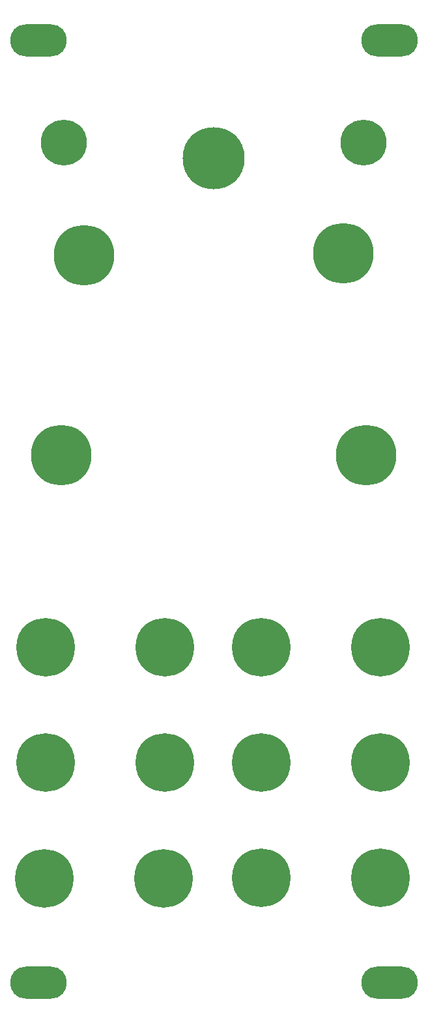
<source format=gbr>
G04 #@! TF.GenerationSoftware,KiCad,Pcbnew,7.0.6-0*
G04 #@! TF.CreationDate,2024-04-10T15:20:03-07:00*
G04 #@! TF.ProjectId,Sampler-built,53616d70-6c65-4722-9d62-75696c742e6b,rev?*
G04 #@! TF.SameCoordinates,PXb71b00PY73f50f0*
G04 #@! TF.FileFunction,Copper,L1,Top*
G04 #@! TF.FilePolarity,Positive*
%FSLAX46Y46*%
G04 Gerber Fmt 4.6, Leading zero omitted, Abs format (unit mm)*
G04 Created by KiCad (PCBNEW 7.0.6-0) date 2024-04-10 15:20:03*
%MOMM*%
%LPD*%
G01*
G04 APERTURE LIST*
G04 #@! TA.AperFunction,ComponentPad*
%ADD10C,7.874000*%
G04 #@! TD*
G04 #@! TA.AperFunction,ComponentPad*
%ADD11C,8.051800*%
G04 #@! TD*
G04 #@! TA.AperFunction,ComponentPad*
%ADD12C,7.620000*%
G04 #@! TD*
G04 #@! TA.AperFunction,ComponentPad*
%ADD13C,5.969000*%
G04 #@! TD*
G04 #@! TA.AperFunction,ComponentPad*
%ADD14O,7.366000X4.191000*%
G04 #@! TD*
G04 APERTURE END LIST*
D10*
G04 #@! TO.P,REF\u002A\u002A,1*
G04 #@! TO.N,GND*
X170760000Y84180000D03*
G04 #@! TD*
D11*
G04 #@! TO.P,LOCK1,1*
G04 #@! TO.N,GND*
X153873352Y96549922D03*
G04 #@! TD*
D12*
G04 #@! TO.P,REF\u002A\u002A,1*
G04 #@! TO.N,GND*
X147563352Y17999922D03*
G04 #@! TD*
D10*
G04 #@! TO.P,REF\u002A\u002A,1*
G04 #@! TO.N,GND*
X134063352Y57999922D03*
G04 #@! TD*
D12*
G04 #@! TO.P,REF\u002A\u002A,1*
G04 #@! TO.N,GND*
X132063352Y17999922D03*
G04 #@! TD*
G04 #@! TO.P,REF\u002A\u002A,1*
G04 #@! TO.N,GND*
X175591352Y2999922D03*
G04 #@! TD*
G04 #@! TO.P,REF\u002A\u002A,1*
G04 #@! TO.N,GND*
X132063352Y32999922D03*
G04 #@! TD*
G04 #@! TO.P,REF\u002A\u002A,1*
G04 #@! TO.N,GND*
X160063352Y17999922D03*
G04 #@! TD*
D13*
G04 #@! TO.P,REF\u002A\u002A,1*
G04 #@! TO.N,GND*
X173313352Y98649922D03*
G04 #@! TD*
D12*
G04 #@! TO.P,REF\u002A\u002A,1*
G04 #@! TO.N,GND*
X160063352Y2999922D03*
G04 #@! TD*
G04 #@! TO.P,REF\u002A\u002A,1*
G04 #@! TO.N,GND*
X160063352Y32999922D03*
G04 #@! TD*
G04 #@! TO.P,REF\u002A\u002A,1*
G04 #@! TO.N,GND*
X175591352Y32999922D03*
G04 #@! TD*
D10*
G04 #@! TO.P,REF\u002A\u002A,1*
G04 #@! TO.N,GND*
X137063352Y83999922D03*
G04 #@! TD*
D12*
G04 #@! TO.P,REF\u002A\u002A,1*
G04 #@! TO.N,GND*
X147563352Y32999922D03*
G04 #@! TD*
D10*
G04 #@! TO.P,REF\u002A\u002A,1*
G04 #@! TO.N,GND*
X173691352Y57999922D03*
G04 #@! TD*
D13*
G04 #@! TO.P,REF\u002A\u002A,1*
G04 #@! TO.N,GND*
X134441352Y98649922D03*
G04 #@! TD*
D12*
G04 #@! TO.P,REF\u002A\u002A,1*
G04 #@! TO.N,GND*
X131899152Y2954362D03*
G04 #@! TD*
G04 #@! TO.P,REF\u002A\u002A,1*
G04 #@! TO.N,GND*
X147399152Y2954362D03*
G04 #@! TD*
G04 #@! TO.P,REF\u002A\u002A,1*
G04 #@! TO.N,GND*
X175591352Y17999922D03*
G04 #@! TD*
D14*
G04 #@! TO.P,REF\u002A\u002A,1*
G04 #@! TO.N,GND*
X176732000Y-10592800D03*
G04 #@! TD*
G04 #@! TO.P,REF\u002A\u002A,1*
G04 #@! TO.N,GND*
X131118000Y-10592800D03*
G04 #@! TD*
G04 #@! TO.P,REF\u002A\u002A,1*
G04 #@! TO.N,GND*
X176732000Y111912800D03*
G04 #@! TD*
G04 #@! TO.P,REF\u002A\u002A,1*
G04 #@! TO.N,GND*
X131118000Y111912800D03*
G04 #@! TD*
M02*

</source>
